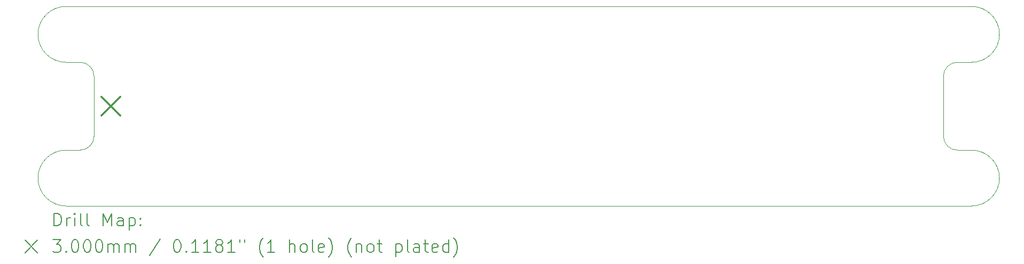
<source format=gbr>
%TF.GenerationSoftware,KiCad,Pcbnew,7.0.5-0*%
%TF.CreationDate,2023-09-25T22:44:35+01:00*%
%TF.ProjectId,INCLINOMETER_BOARD,494e434c-494e-44f4-9d45-5445525f424f,rev?*%
%TF.SameCoordinates,Original*%
%TF.FileFunction,Drillmap*%
%TF.FilePolarity,Positive*%
%FSLAX45Y45*%
G04 Gerber Fmt 4.5, Leading zero omitted, Abs format (unit mm)*
G04 Created by KiCad (PCBNEW 7.0.5-0) date 2023-09-25 22:44:35*
%MOMM*%
%LPD*%
G01*
G04 APERTURE LIST*
%ADD10C,0.100000*%
%ADD11C,0.200000*%
%ADD12C,0.300000*%
G04 APERTURE END LIST*
D10*
X22415500Y-7874000D02*
G75*
G03*
X22860000Y-7429500I0J444500D01*
G01*
X22860000Y-7429500D02*
X22860000Y-7429500D01*
X22415500Y-7874000D02*
X22193250Y-7874000D01*
X8064500Y-9271000D02*
X8286750Y-9271000D01*
X7620000Y-9715500D02*
G75*
G03*
X8064500Y-10160000I444500J0D01*
G01*
X8286750Y-7874000D02*
X8064500Y-7874000D01*
X8064500Y-6985000D02*
G75*
G03*
X7620000Y-7429500I0J-444500D01*
G01*
X21971000Y-9048750D02*
G75*
G03*
X22193250Y-9271000I222250J0D01*
G01*
X22193250Y-9271000D02*
X22415500Y-9271000D01*
X7620000Y-7429500D02*
G75*
G03*
X8064500Y-7874000I444500J0D01*
G01*
X8509000Y-8096250D02*
X8509000Y-9048750D01*
X22415500Y-10160000D02*
G75*
G03*
X22860000Y-9715500I0J444500D01*
G01*
X7620000Y-9715500D02*
X7620000Y-9715500D01*
X8064500Y-9271000D02*
G75*
G03*
X7620000Y-9715500I0J-444500D01*
G01*
X22860000Y-9715500D02*
G75*
G03*
X22415500Y-9271000I-444500J0D01*
G01*
X8509000Y-8096250D02*
G75*
G03*
X8286750Y-7874000I-222250J0D01*
G01*
X8064500Y-6985000D02*
X22415500Y-6985000D01*
X21971000Y-8096250D02*
X21971000Y-9048750D01*
X22860000Y-9715500D02*
X22860000Y-9715500D01*
X7620000Y-7429500D02*
X7620000Y-7429500D01*
X22860000Y-7429500D02*
G75*
G03*
X22415500Y-6985000I-444500J0D01*
G01*
X22415500Y-10160000D02*
X8064500Y-10160000D01*
X8286750Y-9271000D02*
G75*
G03*
X8509000Y-9048750I0J222250D01*
G01*
X22193250Y-7874000D02*
G75*
G03*
X21971000Y-8096250I0J-222250D01*
G01*
D11*
D12*
X8625500Y-8422500D02*
X8925500Y-8722500D01*
X8925500Y-8422500D02*
X8625500Y-8722500D01*
D11*
X7875777Y-10476484D02*
X7875777Y-10276484D01*
X7875777Y-10276484D02*
X7923396Y-10276484D01*
X7923396Y-10276484D02*
X7951967Y-10286008D01*
X7951967Y-10286008D02*
X7971015Y-10305055D01*
X7971015Y-10305055D02*
X7980539Y-10324103D01*
X7980539Y-10324103D02*
X7990062Y-10362198D01*
X7990062Y-10362198D02*
X7990062Y-10390770D01*
X7990062Y-10390770D02*
X7980539Y-10428865D01*
X7980539Y-10428865D02*
X7971015Y-10447912D01*
X7971015Y-10447912D02*
X7951967Y-10466960D01*
X7951967Y-10466960D02*
X7923396Y-10476484D01*
X7923396Y-10476484D02*
X7875777Y-10476484D01*
X8075777Y-10476484D02*
X8075777Y-10343150D01*
X8075777Y-10381246D02*
X8085301Y-10362198D01*
X8085301Y-10362198D02*
X8094824Y-10352674D01*
X8094824Y-10352674D02*
X8113872Y-10343150D01*
X8113872Y-10343150D02*
X8132920Y-10343150D01*
X8199586Y-10476484D02*
X8199586Y-10343150D01*
X8199586Y-10276484D02*
X8190062Y-10286008D01*
X8190062Y-10286008D02*
X8199586Y-10295531D01*
X8199586Y-10295531D02*
X8209110Y-10286008D01*
X8209110Y-10286008D02*
X8199586Y-10276484D01*
X8199586Y-10276484D02*
X8199586Y-10295531D01*
X8323396Y-10476484D02*
X8304348Y-10466960D01*
X8304348Y-10466960D02*
X8294824Y-10447912D01*
X8294824Y-10447912D02*
X8294824Y-10276484D01*
X8428158Y-10476484D02*
X8409110Y-10466960D01*
X8409110Y-10466960D02*
X8399586Y-10447912D01*
X8399586Y-10447912D02*
X8399586Y-10276484D01*
X8656729Y-10476484D02*
X8656729Y-10276484D01*
X8656729Y-10276484D02*
X8723396Y-10419341D01*
X8723396Y-10419341D02*
X8790063Y-10276484D01*
X8790063Y-10276484D02*
X8790063Y-10476484D01*
X8971015Y-10476484D02*
X8971015Y-10371722D01*
X8971015Y-10371722D02*
X8961491Y-10352674D01*
X8961491Y-10352674D02*
X8942444Y-10343150D01*
X8942444Y-10343150D02*
X8904348Y-10343150D01*
X8904348Y-10343150D02*
X8885301Y-10352674D01*
X8971015Y-10466960D02*
X8951967Y-10476484D01*
X8951967Y-10476484D02*
X8904348Y-10476484D01*
X8904348Y-10476484D02*
X8885301Y-10466960D01*
X8885301Y-10466960D02*
X8875777Y-10447912D01*
X8875777Y-10447912D02*
X8875777Y-10428865D01*
X8875777Y-10428865D02*
X8885301Y-10409817D01*
X8885301Y-10409817D02*
X8904348Y-10400293D01*
X8904348Y-10400293D02*
X8951967Y-10400293D01*
X8951967Y-10400293D02*
X8971015Y-10390770D01*
X9066253Y-10343150D02*
X9066253Y-10543150D01*
X9066253Y-10352674D02*
X9085301Y-10343150D01*
X9085301Y-10343150D02*
X9123396Y-10343150D01*
X9123396Y-10343150D02*
X9142444Y-10352674D01*
X9142444Y-10352674D02*
X9151967Y-10362198D01*
X9151967Y-10362198D02*
X9161491Y-10381246D01*
X9161491Y-10381246D02*
X9161491Y-10438389D01*
X9161491Y-10438389D02*
X9151967Y-10457436D01*
X9151967Y-10457436D02*
X9142444Y-10466960D01*
X9142444Y-10466960D02*
X9123396Y-10476484D01*
X9123396Y-10476484D02*
X9085301Y-10476484D01*
X9085301Y-10476484D02*
X9066253Y-10466960D01*
X9247205Y-10457436D02*
X9256729Y-10466960D01*
X9256729Y-10466960D02*
X9247205Y-10476484D01*
X9247205Y-10476484D02*
X9237682Y-10466960D01*
X9237682Y-10466960D02*
X9247205Y-10457436D01*
X9247205Y-10457436D02*
X9247205Y-10476484D01*
X9247205Y-10352674D02*
X9256729Y-10362198D01*
X9256729Y-10362198D02*
X9247205Y-10371722D01*
X9247205Y-10371722D02*
X9237682Y-10362198D01*
X9237682Y-10362198D02*
X9247205Y-10352674D01*
X9247205Y-10352674D02*
X9247205Y-10371722D01*
X7415000Y-10705000D02*
X7615000Y-10905000D01*
X7615000Y-10705000D02*
X7415000Y-10905000D01*
X7856729Y-10696484D02*
X7980539Y-10696484D01*
X7980539Y-10696484D02*
X7913872Y-10772674D01*
X7913872Y-10772674D02*
X7942443Y-10772674D01*
X7942443Y-10772674D02*
X7961491Y-10782198D01*
X7961491Y-10782198D02*
X7971015Y-10791722D01*
X7971015Y-10791722D02*
X7980539Y-10810770D01*
X7980539Y-10810770D02*
X7980539Y-10858389D01*
X7980539Y-10858389D02*
X7971015Y-10877436D01*
X7971015Y-10877436D02*
X7961491Y-10886960D01*
X7961491Y-10886960D02*
X7942443Y-10896484D01*
X7942443Y-10896484D02*
X7885301Y-10896484D01*
X7885301Y-10896484D02*
X7866253Y-10886960D01*
X7866253Y-10886960D02*
X7856729Y-10877436D01*
X8066253Y-10877436D02*
X8075777Y-10886960D01*
X8075777Y-10886960D02*
X8066253Y-10896484D01*
X8066253Y-10896484D02*
X8056729Y-10886960D01*
X8056729Y-10886960D02*
X8066253Y-10877436D01*
X8066253Y-10877436D02*
X8066253Y-10896484D01*
X8199586Y-10696484D02*
X8218634Y-10696484D01*
X8218634Y-10696484D02*
X8237682Y-10706008D01*
X8237682Y-10706008D02*
X8247205Y-10715531D01*
X8247205Y-10715531D02*
X8256729Y-10734579D01*
X8256729Y-10734579D02*
X8266253Y-10772674D01*
X8266253Y-10772674D02*
X8266253Y-10820293D01*
X8266253Y-10820293D02*
X8256729Y-10858389D01*
X8256729Y-10858389D02*
X8247205Y-10877436D01*
X8247205Y-10877436D02*
X8237682Y-10886960D01*
X8237682Y-10886960D02*
X8218634Y-10896484D01*
X8218634Y-10896484D02*
X8199586Y-10896484D01*
X8199586Y-10896484D02*
X8180539Y-10886960D01*
X8180539Y-10886960D02*
X8171015Y-10877436D01*
X8171015Y-10877436D02*
X8161491Y-10858389D01*
X8161491Y-10858389D02*
X8151967Y-10820293D01*
X8151967Y-10820293D02*
X8151967Y-10772674D01*
X8151967Y-10772674D02*
X8161491Y-10734579D01*
X8161491Y-10734579D02*
X8171015Y-10715531D01*
X8171015Y-10715531D02*
X8180539Y-10706008D01*
X8180539Y-10706008D02*
X8199586Y-10696484D01*
X8390063Y-10696484D02*
X8409110Y-10696484D01*
X8409110Y-10696484D02*
X8428158Y-10706008D01*
X8428158Y-10706008D02*
X8437682Y-10715531D01*
X8437682Y-10715531D02*
X8447205Y-10734579D01*
X8447205Y-10734579D02*
X8456729Y-10772674D01*
X8456729Y-10772674D02*
X8456729Y-10820293D01*
X8456729Y-10820293D02*
X8447205Y-10858389D01*
X8447205Y-10858389D02*
X8437682Y-10877436D01*
X8437682Y-10877436D02*
X8428158Y-10886960D01*
X8428158Y-10886960D02*
X8409110Y-10896484D01*
X8409110Y-10896484D02*
X8390063Y-10896484D01*
X8390063Y-10896484D02*
X8371015Y-10886960D01*
X8371015Y-10886960D02*
X8361491Y-10877436D01*
X8361491Y-10877436D02*
X8351967Y-10858389D01*
X8351967Y-10858389D02*
X8342443Y-10820293D01*
X8342443Y-10820293D02*
X8342443Y-10772674D01*
X8342443Y-10772674D02*
X8351967Y-10734579D01*
X8351967Y-10734579D02*
X8361491Y-10715531D01*
X8361491Y-10715531D02*
X8371015Y-10706008D01*
X8371015Y-10706008D02*
X8390063Y-10696484D01*
X8580539Y-10696484D02*
X8599586Y-10696484D01*
X8599586Y-10696484D02*
X8618634Y-10706008D01*
X8618634Y-10706008D02*
X8628158Y-10715531D01*
X8628158Y-10715531D02*
X8637682Y-10734579D01*
X8637682Y-10734579D02*
X8647205Y-10772674D01*
X8647205Y-10772674D02*
X8647205Y-10820293D01*
X8647205Y-10820293D02*
X8637682Y-10858389D01*
X8637682Y-10858389D02*
X8628158Y-10877436D01*
X8628158Y-10877436D02*
X8618634Y-10886960D01*
X8618634Y-10886960D02*
X8599586Y-10896484D01*
X8599586Y-10896484D02*
X8580539Y-10896484D01*
X8580539Y-10896484D02*
X8561491Y-10886960D01*
X8561491Y-10886960D02*
X8551967Y-10877436D01*
X8551967Y-10877436D02*
X8542444Y-10858389D01*
X8542444Y-10858389D02*
X8532920Y-10820293D01*
X8532920Y-10820293D02*
X8532920Y-10772674D01*
X8532920Y-10772674D02*
X8542444Y-10734579D01*
X8542444Y-10734579D02*
X8551967Y-10715531D01*
X8551967Y-10715531D02*
X8561491Y-10706008D01*
X8561491Y-10706008D02*
X8580539Y-10696484D01*
X8732920Y-10896484D02*
X8732920Y-10763150D01*
X8732920Y-10782198D02*
X8742444Y-10772674D01*
X8742444Y-10772674D02*
X8761491Y-10763150D01*
X8761491Y-10763150D02*
X8790063Y-10763150D01*
X8790063Y-10763150D02*
X8809110Y-10772674D01*
X8809110Y-10772674D02*
X8818634Y-10791722D01*
X8818634Y-10791722D02*
X8818634Y-10896484D01*
X8818634Y-10791722D02*
X8828158Y-10772674D01*
X8828158Y-10772674D02*
X8847205Y-10763150D01*
X8847205Y-10763150D02*
X8875777Y-10763150D01*
X8875777Y-10763150D02*
X8894825Y-10772674D01*
X8894825Y-10772674D02*
X8904348Y-10791722D01*
X8904348Y-10791722D02*
X8904348Y-10896484D01*
X8999586Y-10896484D02*
X8999586Y-10763150D01*
X8999586Y-10782198D02*
X9009110Y-10772674D01*
X9009110Y-10772674D02*
X9028158Y-10763150D01*
X9028158Y-10763150D02*
X9056729Y-10763150D01*
X9056729Y-10763150D02*
X9075777Y-10772674D01*
X9075777Y-10772674D02*
X9085301Y-10791722D01*
X9085301Y-10791722D02*
X9085301Y-10896484D01*
X9085301Y-10791722D02*
X9094825Y-10772674D01*
X9094825Y-10772674D02*
X9113872Y-10763150D01*
X9113872Y-10763150D02*
X9142444Y-10763150D01*
X9142444Y-10763150D02*
X9161491Y-10772674D01*
X9161491Y-10772674D02*
X9171015Y-10791722D01*
X9171015Y-10791722D02*
X9171015Y-10896484D01*
X9561491Y-10686960D02*
X9390063Y-10944103D01*
X9818634Y-10696484D02*
X9837682Y-10696484D01*
X9837682Y-10696484D02*
X9856729Y-10706008D01*
X9856729Y-10706008D02*
X9866253Y-10715531D01*
X9866253Y-10715531D02*
X9875777Y-10734579D01*
X9875777Y-10734579D02*
X9885301Y-10772674D01*
X9885301Y-10772674D02*
X9885301Y-10820293D01*
X9885301Y-10820293D02*
X9875777Y-10858389D01*
X9875777Y-10858389D02*
X9866253Y-10877436D01*
X9866253Y-10877436D02*
X9856729Y-10886960D01*
X9856729Y-10886960D02*
X9837682Y-10896484D01*
X9837682Y-10896484D02*
X9818634Y-10896484D01*
X9818634Y-10896484D02*
X9799587Y-10886960D01*
X9799587Y-10886960D02*
X9790063Y-10877436D01*
X9790063Y-10877436D02*
X9780539Y-10858389D01*
X9780539Y-10858389D02*
X9771015Y-10820293D01*
X9771015Y-10820293D02*
X9771015Y-10772674D01*
X9771015Y-10772674D02*
X9780539Y-10734579D01*
X9780539Y-10734579D02*
X9790063Y-10715531D01*
X9790063Y-10715531D02*
X9799587Y-10706008D01*
X9799587Y-10706008D02*
X9818634Y-10696484D01*
X9971015Y-10877436D02*
X9980539Y-10886960D01*
X9980539Y-10886960D02*
X9971015Y-10896484D01*
X9971015Y-10896484D02*
X9961491Y-10886960D01*
X9961491Y-10886960D02*
X9971015Y-10877436D01*
X9971015Y-10877436D02*
X9971015Y-10896484D01*
X10171015Y-10896484D02*
X10056729Y-10896484D01*
X10113872Y-10896484D02*
X10113872Y-10696484D01*
X10113872Y-10696484D02*
X10094825Y-10725055D01*
X10094825Y-10725055D02*
X10075777Y-10744103D01*
X10075777Y-10744103D02*
X10056729Y-10753627D01*
X10361491Y-10896484D02*
X10247206Y-10896484D01*
X10304348Y-10896484D02*
X10304348Y-10696484D01*
X10304348Y-10696484D02*
X10285301Y-10725055D01*
X10285301Y-10725055D02*
X10266253Y-10744103D01*
X10266253Y-10744103D02*
X10247206Y-10753627D01*
X10475777Y-10782198D02*
X10456729Y-10772674D01*
X10456729Y-10772674D02*
X10447206Y-10763150D01*
X10447206Y-10763150D02*
X10437682Y-10744103D01*
X10437682Y-10744103D02*
X10437682Y-10734579D01*
X10437682Y-10734579D02*
X10447206Y-10715531D01*
X10447206Y-10715531D02*
X10456729Y-10706008D01*
X10456729Y-10706008D02*
X10475777Y-10696484D01*
X10475777Y-10696484D02*
X10513872Y-10696484D01*
X10513872Y-10696484D02*
X10532920Y-10706008D01*
X10532920Y-10706008D02*
X10542444Y-10715531D01*
X10542444Y-10715531D02*
X10551968Y-10734579D01*
X10551968Y-10734579D02*
X10551968Y-10744103D01*
X10551968Y-10744103D02*
X10542444Y-10763150D01*
X10542444Y-10763150D02*
X10532920Y-10772674D01*
X10532920Y-10772674D02*
X10513872Y-10782198D01*
X10513872Y-10782198D02*
X10475777Y-10782198D01*
X10475777Y-10782198D02*
X10456729Y-10791722D01*
X10456729Y-10791722D02*
X10447206Y-10801246D01*
X10447206Y-10801246D02*
X10437682Y-10820293D01*
X10437682Y-10820293D02*
X10437682Y-10858389D01*
X10437682Y-10858389D02*
X10447206Y-10877436D01*
X10447206Y-10877436D02*
X10456729Y-10886960D01*
X10456729Y-10886960D02*
X10475777Y-10896484D01*
X10475777Y-10896484D02*
X10513872Y-10896484D01*
X10513872Y-10896484D02*
X10532920Y-10886960D01*
X10532920Y-10886960D02*
X10542444Y-10877436D01*
X10542444Y-10877436D02*
X10551968Y-10858389D01*
X10551968Y-10858389D02*
X10551968Y-10820293D01*
X10551968Y-10820293D02*
X10542444Y-10801246D01*
X10542444Y-10801246D02*
X10532920Y-10791722D01*
X10532920Y-10791722D02*
X10513872Y-10782198D01*
X10742444Y-10896484D02*
X10628158Y-10896484D01*
X10685301Y-10896484D02*
X10685301Y-10696484D01*
X10685301Y-10696484D02*
X10666253Y-10725055D01*
X10666253Y-10725055D02*
X10647206Y-10744103D01*
X10647206Y-10744103D02*
X10628158Y-10753627D01*
X10818634Y-10696484D02*
X10818634Y-10734579D01*
X10894825Y-10696484D02*
X10894825Y-10734579D01*
X11190063Y-10972674D02*
X11180539Y-10963150D01*
X11180539Y-10963150D02*
X11161491Y-10934579D01*
X11161491Y-10934579D02*
X11151968Y-10915531D01*
X11151968Y-10915531D02*
X11142444Y-10886960D01*
X11142444Y-10886960D02*
X11132920Y-10839341D01*
X11132920Y-10839341D02*
X11132920Y-10801246D01*
X11132920Y-10801246D02*
X11142444Y-10753627D01*
X11142444Y-10753627D02*
X11151968Y-10725055D01*
X11151968Y-10725055D02*
X11161491Y-10706008D01*
X11161491Y-10706008D02*
X11180539Y-10677436D01*
X11180539Y-10677436D02*
X11190063Y-10667912D01*
X11371015Y-10896484D02*
X11256729Y-10896484D01*
X11313872Y-10896484D02*
X11313872Y-10696484D01*
X11313872Y-10696484D02*
X11294825Y-10725055D01*
X11294825Y-10725055D02*
X11275777Y-10744103D01*
X11275777Y-10744103D02*
X11256729Y-10753627D01*
X11609110Y-10896484D02*
X11609110Y-10696484D01*
X11694825Y-10896484D02*
X11694825Y-10791722D01*
X11694825Y-10791722D02*
X11685301Y-10772674D01*
X11685301Y-10772674D02*
X11666253Y-10763150D01*
X11666253Y-10763150D02*
X11637682Y-10763150D01*
X11637682Y-10763150D02*
X11618634Y-10772674D01*
X11618634Y-10772674D02*
X11609110Y-10782198D01*
X11818634Y-10896484D02*
X11799587Y-10886960D01*
X11799587Y-10886960D02*
X11790063Y-10877436D01*
X11790063Y-10877436D02*
X11780539Y-10858389D01*
X11780539Y-10858389D02*
X11780539Y-10801246D01*
X11780539Y-10801246D02*
X11790063Y-10782198D01*
X11790063Y-10782198D02*
X11799587Y-10772674D01*
X11799587Y-10772674D02*
X11818634Y-10763150D01*
X11818634Y-10763150D02*
X11847206Y-10763150D01*
X11847206Y-10763150D02*
X11866253Y-10772674D01*
X11866253Y-10772674D02*
X11875777Y-10782198D01*
X11875777Y-10782198D02*
X11885301Y-10801246D01*
X11885301Y-10801246D02*
X11885301Y-10858389D01*
X11885301Y-10858389D02*
X11875777Y-10877436D01*
X11875777Y-10877436D02*
X11866253Y-10886960D01*
X11866253Y-10886960D02*
X11847206Y-10896484D01*
X11847206Y-10896484D02*
X11818634Y-10896484D01*
X11999587Y-10896484D02*
X11980539Y-10886960D01*
X11980539Y-10886960D02*
X11971015Y-10867912D01*
X11971015Y-10867912D02*
X11971015Y-10696484D01*
X12151968Y-10886960D02*
X12132920Y-10896484D01*
X12132920Y-10896484D02*
X12094825Y-10896484D01*
X12094825Y-10896484D02*
X12075777Y-10886960D01*
X12075777Y-10886960D02*
X12066253Y-10867912D01*
X12066253Y-10867912D02*
X12066253Y-10791722D01*
X12066253Y-10791722D02*
X12075777Y-10772674D01*
X12075777Y-10772674D02*
X12094825Y-10763150D01*
X12094825Y-10763150D02*
X12132920Y-10763150D01*
X12132920Y-10763150D02*
X12151968Y-10772674D01*
X12151968Y-10772674D02*
X12161491Y-10791722D01*
X12161491Y-10791722D02*
X12161491Y-10810770D01*
X12161491Y-10810770D02*
X12066253Y-10829817D01*
X12228158Y-10972674D02*
X12237682Y-10963150D01*
X12237682Y-10963150D02*
X12256730Y-10934579D01*
X12256730Y-10934579D02*
X12266253Y-10915531D01*
X12266253Y-10915531D02*
X12275777Y-10886960D01*
X12275777Y-10886960D02*
X12285301Y-10839341D01*
X12285301Y-10839341D02*
X12285301Y-10801246D01*
X12285301Y-10801246D02*
X12275777Y-10753627D01*
X12275777Y-10753627D02*
X12266253Y-10725055D01*
X12266253Y-10725055D02*
X12256730Y-10706008D01*
X12256730Y-10706008D02*
X12237682Y-10677436D01*
X12237682Y-10677436D02*
X12228158Y-10667912D01*
X12590063Y-10972674D02*
X12580539Y-10963150D01*
X12580539Y-10963150D02*
X12561491Y-10934579D01*
X12561491Y-10934579D02*
X12551968Y-10915531D01*
X12551968Y-10915531D02*
X12542444Y-10886960D01*
X12542444Y-10886960D02*
X12532920Y-10839341D01*
X12532920Y-10839341D02*
X12532920Y-10801246D01*
X12532920Y-10801246D02*
X12542444Y-10753627D01*
X12542444Y-10753627D02*
X12551968Y-10725055D01*
X12551968Y-10725055D02*
X12561491Y-10706008D01*
X12561491Y-10706008D02*
X12580539Y-10677436D01*
X12580539Y-10677436D02*
X12590063Y-10667912D01*
X12666253Y-10763150D02*
X12666253Y-10896484D01*
X12666253Y-10782198D02*
X12675777Y-10772674D01*
X12675777Y-10772674D02*
X12694825Y-10763150D01*
X12694825Y-10763150D02*
X12723396Y-10763150D01*
X12723396Y-10763150D02*
X12742444Y-10772674D01*
X12742444Y-10772674D02*
X12751968Y-10791722D01*
X12751968Y-10791722D02*
X12751968Y-10896484D01*
X12875777Y-10896484D02*
X12856730Y-10886960D01*
X12856730Y-10886960D02*
X12847206Y-10877436D01*
X12847206Y-10877436D02*
X12837682Y-10858389D01*
X12837682Y-10858389D02*
X12837682Y-10801246D01*
X12837682Y-10801246D02*
X12847206Y-10782198D01*
X12847206Y-10782198D02*
X12856730Y-10772674D01*
X12856730Y-10772674D02*
X12875777Y-10763150D01*
X12875777Y-10763150D02*
X12904349Y-10763150D01*
X12904349Y-10763150D02*
X12923396Y-10772674D01*
X12923396Y-10772674D02*
X12932920Y-10782198D01*
X12932920Y-10782198D02*
X12942444Y-10801246D01*
X12942444Y-10801246D02*
X12942444Y-10858389D01*
X12942444Y-10858389D02*
X12932920Y-10877436D01*
X12932920Y-10877436D02*
X12923396Y-10886960D01*
X12923396Y-10886960D02*
X12904349Y-10896484D01*
X12904349Y-10896484D02*
X12875777Y-10896484D01*
X12999587Y-10763150D02*
X13075777Y-10763150D01*
X13028158Y-10696484D02*
X13028158Y-10867912D01*
X13028158Y-10867912D02*
X13037682Y-10886960D01*
X13037682Y-10886960D02*
X13056730Y-10896484D01*
X13056730Y-10896484D02*
X13075777Y-10896484D01*
X13294825Y-10763150D02*
X13294825Y-10963150D01*
X13294825Y-10772674D02*
X13313872Y-10763150D01*
X13313872Y-10763150D02*
X13351968Y-10763150D01*
X13351968Y-10763150D02*
X13371015Y-10772674D01*
X13371015Y-10772674D02*
X13380539Y-10782198D01*
X13380539Y-10782198D02*
X13390063Y-10801246D01*
X13390063Y-10801246D02*
X13390063Y-10858389D01*
X13390063Y-10858389D02*
X13380539Y-10877436D01*
X13380539Y-10877436D02*
X13371015Y-10886960D01*
X13371015Y-10886960D02*
X13351968Y-10896484D01*
X13351968Y-10896484D02*
X13313872Y-10896484D01*
X13313872Y-10896484D02*
X13294825Y-10886960D01*
X13504349Y-10896484D02*
X13485301Y-10886960D01*
X13485301Y-10886960D02*
X13475777Y-10867912D01*
X13475777Y-10867912D02*
X13475777Y-10696484D01*
X13666253Y-10896484D02*
X13666253Y-10791722D01*
X13666253Y-10791722D02*
X13656730Y-10772674D01*
X13656730Y-10772674D02*
X13637682Y-10763150D01*
X13637682Y-10763150D02*
X13599587Y-10763150D01*
X13599587Y-10763150D02*
X13580539Y-10772674D01*
X13666253Y-10886960D02*
X13647206Y-10896484D01*
X13647206Y-10896484D02*
X13599587Y-10896484D01*
X13599587Y-10896484D02*
X13580539Y-10886960D01*
X13580539Y-10886960D02*
X13571015Y-10867912D01*
X13571015Y-10867912D02*
X13571015Y-10848865D01*
X13571015Y-10848865D02*
X13580539Y-10829817D01*
X13580539Y-10829817D02*
X13599587Y-10820293D01*
X13599587Y-10820293D02*
X13647206Y-10820293D01*
X13647206Y-10820293D02*
X13666253Y-10810770D01*
X13732920Y-10763150D02*
X13809111Y-10763150D01*
X13761492Y-10696484D02*
X13761492Y-10867912D01*
X13761492Y-10867912D02*
X13771015Y-10886960D01*
X13771015Y-10886960D02*
X13790063Y-10896484D01*
X13790063Y-10896484D02*
X13809111Y-10896484D01*
X13951968Y-10886960D02*
X13932920Y-10896484D01*
X13932920Y-10896484D02*
X13894825Y-10896484D01*
X13894825Y-10896484D02*
X13875777Y-10886960D01*
X13875777Y-10886960D02*
X13866253Y-10867912D01*
X13866253Y-10867912D02*
X13866253Y-10791722D01*
X13866253Y-10791722D02*
X13875777Y-10772674D01*
X13875777Y-10772674D02*
X13894825Y-10763150D01*
X13894825Y-10763150D02*
X13932920Y-10763150D01*
X13932920Y-10763150D02*
X13951968Y-10772674D01*
X13951968Y-10772674D02*
X13961492Y-10791722D01*
X13961492Y-10791722D02*
X13961492Y-10810770D01*
X13961492Y-10810770D02*
X13866253Y-10829817D01*
X14132920Y-10896484D02*
X14132920Y-10696484D01*
X14132920Y-10886960D02*
X14113873Y-10896484D01*
X14113873Y-10896484D02*
X14075777Y-10896484D01*
X14075777Y-10896484D02*
X14056730Y-10886960D01*
X14056730Y-10886960D02*
X14047206Y-10877436D01*
X14047206Y-10877436D02*
X14037682Y-10858389D01*
X14037682Y-10858389D02*
X14037682Y-10801246D01*
X14037682Y-10801246D02*
X14047206Y-10782198D01*
X14047206Y-10782198D02*
X14056730Y-10772674D01*
X14056730Y-10772674D02*
X14075777Y-10763150D01*
X14075777Y-10763150D02*
X14113873Y-10763150D01*
X14113873Y-10763150D02*
X14132920Y-10772674D01*
X14209111Y-10972674D02*
X14218634Y-10963150D01*
X14218634Y-10963150D02*
X14237682Y-10934579D01*
X14237682Y-10934579D02*
X14247206Y-10915531D01*
X14247206Y-10915531D02*
X14256730Y-10886960D01*
X14256730Y-10886960D02*
X14266253Y-10839341D01*
X14266253Y-10839341D02*
X14266253Y-10801246D01*
X14266253Y-10801246D02*
X14256730Y-10753627D01*
X14256730Y-10753627D02*
X14247206Y-10725055D01*
X14247206Y-10725055D02*
X14237682Y-10706008D01*
X14237682Y-10706008D02*
X14218634Y-10677436D01*
X14218634Y-10677436D02*
X14209111Y-10667912D01*
M02*

</source>
